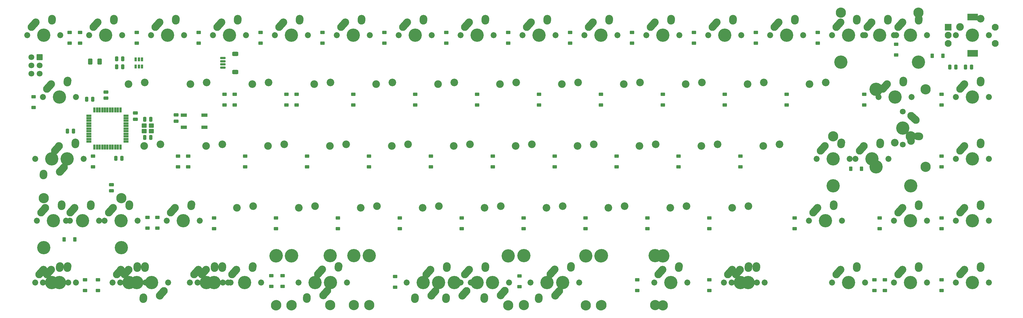
<source format=gbs>
G04 #@! TF.GenerationSoftware,KiCad,Pcbnew,6.99.0-unknown-af20d46d06~146~ubuntu21.10.1*
G04 #@! TF.CreationDate,2022-01-22T15:47:32-05:00*
G04 #@! TF.ProjectId,bakeneko-65-pcb,62616b65-6e65-46b6-9f2d-36352d706362,rev?*
G04 #@! TF.SameCoordinates,Original*
G04 #@! TF.FileFunction,Soldermask,Bot*
G04 #@! TF.FilePolarity,Negative*
%FSLAX46Y46*%
G04 Gerber Fmt 4.6, Leading zero omitted, Abs format (unit mm)*
G04 Created by KiCad (PCBNEW 6.99.0-unknown-af20d46d06~146~ubuntu21.10.1) date 2022-01-22 15:47:32*
%MOMM*%
%LPD*%
G01*
G04 APERTURE LIST*
G04 Aperture macros list*
%AMRoundRect*
0 Rectangle with rounded corners*
0 $1 Rounding radius*
0 $2 $3 $4 $5 $6 $7 $8 $9 X,Y pos of 4 corners*
0 Add a 4 corners polygon primitive as box body*
4,1,4,$2,$3,$4,$5,$6,$7,$8,$9,$2,$3,0*
0 Add four circle primitives for the rounded corners*
1,1,$1+$1,$2,$3*
1,1,$1+$1,$4,$5*
1,1,$1+$1,$6,$7*
1,1,$1+$1,$8,$9*
0 Add four rect primitives between the rounded corners*
20,1,$1+$1,$2,$3,$4,$5,0*
20,1,$1+$1,$4,$5,$6,$7,0*
20,1,$1+$1,$6,$7,$8,$9,0*
20,1,$1+$1,$8,$9,$2,$3,0*%
%AMHorizOval*
0 Thick line with rounded ends*
0 $1 width*
0 $2 $3 position (X,Y) of the first rounded end (center of the circle)*
0 $4 $5 position (X,Y) of the second rounded end (center of the circle)*
0 Add line between two ends*
20,1,$1,$2,$3,$4,$5,0*
0 Add two circle primitives to create the rounded ends*
1,1,$1,$2,$3*
1,1,$1,$4,$5*%
G04 Aperture macros list end*
%ADD10C,1.850000*%
%ADD11C,2.350000*%
%ADD12C,4.087800*%
%ADD13RoundRect,0.050000X-1.000000X-1.000000X1.000000X-1.000000X1.000000X1.000000X-1.000000X1.000000X0*%
%ADD14C,2.100000*%
%ADD15RoundRect,0.050000X-1.600000X-1.000000X1.600000X-1.000000X1.600000X1.000000X-1.600000X1.000000X0*%
%ADD16RoundRect,0.293750X-0.243750X-0.456250X0.243750X-0.456250X0.243750X0.456250X-0.243750X0.456250X0*%
%ADD17HorizOval,2.350000X0.655001X0.730000X-0.655001X-0.730000X0*%
%ADD18HorizOval,2.350000X0.020000X0.290000X-0.020000X-0.290000X0*%
%ADD19C,3.148000*%
%ADD20HorizOval,2.350000X-0.655001X-0.730000X0.655001X0.730000X0*%
%ADD21HorizOval,2.350000X-0.020000X-0.290000X0.020000X0.290000X0*%
%ADD22C,1.801800*%
%ADD23HorizOval,2.350000X0.290000X-0.019999X-0.290000X0.019999X0*%
%ADD24HorizOval,2.350000X0.730004X-0.654995X-0.730004X0.654995X0*%
%ADD25RoundRect,0.300000X-0.375000X-0.625000X0.375000X-0.625000X0.375000X0.625000X-0.375000X0.625000X0*%
%ADD26RoundRect,0.200000X-0.625000X0.150000X-0.625000X-0.150000X0.625000X-0.150000X0.625000X0.150000X0*%
%ADD27RoundRect,0.300000X-0.650000X0.350000X-0.650000X-0.350000X0.650000X-0.350000X0.650000X0.350000X0*%
%ADD28HorizOval,1.800000X0.000000X0.000000X0.000000X0.000000X0*%
%ADD29RoundRect,0.050000X0.850000X0.850000X-0.850000X0.850000X-0.850000X-0.850000X0.850000X-0.850000X0*%
%ADD30RoundRect,0.050000X-0.850000X-0.500000X0.850000X-0.500000X0.850000X0.500000X-0.850000X0.500000X0*%
%ADD31RoundRect,0.293750X0.243750X0.456250X-0.243750X0.456250X-0.243750X-0.456250X0.243750X-0.456250X0*%
%ADD32RoundRect,0.050000X-0.275000X0.750000X-0.275000X-0.750000X0.275000X-0.750000X0.275000X0.750000X0*%
%ADD33RoundRect,0.050000X0.750000X0.275000X-0.750000X0.275000X-0.750000X-0.275000X0.750000X-0.275000X0*%
%ADD34RoundRect,0.050000X0.700000X0.600000X-0.700000X0.600000X-0.700000X-0.600000X0.700000X-0.600000X0*%
%ADD35RoundRect,0.293750X-0.456250X0.243750X-0.456250X-0.243750X0.456250X-0.243750X0.456250X0.243750X0*%
%ADD36RoundRect,0.050000X0.600000X-0.450000X0.600000X0.450000X-0.600000X0.450000X-0.600000X-0.450000X0*%
%ADD37RoundRect,0.050000X-0.450000X-0.600000X0.450000X-0.600000X0.450000X0.600000X-0.450000X0.600000X0*%
%ADD38RoundRect,0.050000X0.450000X0.600000X-0.450000X0.600000X-0.450000X-0.600000X0.450000X-0.600000X0*%
%ADD39RoundRect,0.293750X0.456250X-0.243750X0.456250X0.243750X-0.456250X0.243750X-0.456250X-0.243750X0*%
%ADD40RoundRect,0.050000X0.325000X-0.530000X0.325000X0.530000X-0.325000X0.530000X-0.325000X-0.530000X0*%
G04 APERTURE END LIST*
D10*
X299830000Y-9000000D03*
X289670000Y-9000000D03*
D11*
X290940000Y-6460000D03*
D12*
X294750000Y-9000000D03*
D11*
X297290000Y-3920000D03*
D13*
X287263000Y-6500000D03*
D14*
X287263000Y-11500000D03*
X287263000Y-9000000D03*
D15*
X294763000Y-3400000D03*
X294763000Y-14600000D03*
D14*
X301763000Y-11500000D03*
X301763000Y-6500000D03*
D16*
X287733500Y-18796000D03*
X289608500Y-18796000D03*
X292559500Y-18796000D03*
X294434500Y-18796000D03*
D10*
X3920000Y-9000000D03*
D12*
X9000000Y-9000000D03*
D10*
X14080000Y-9000000D03*
D17*
X5845000Y-5729999D03*
D11*
X6500000Y-5000000D03*
D18*
X11519999Y-4209999D03*
D11*
X11540000Y-3920000D03*
D10*
X22970000Y-9000000D03*
D12*
X28050000Y-9000000D03*
D10*
X33130000Y-9000000D03*
D17*
X24895000Y-5729999D03*
D11*
X25550000Y-5000000D03*
D18*
X30569999Y-4209999D03*
D11*
X30590000Y-3920000D03*
D10*
X42020000Y-9000000D03*
D12*
X47100000Y-9000000D03*
D10*
X52180000Y-9000000D03*
D17*
X43945000Y-5729999D03*
D11*
X44600000Y-5000000D03*
D18*
X49619999Y-4209999D03*
D11*
X49640000Y-3920000D03*
D10*
X61070000Y-9000000D03*
D12*
X66150000Y-9000000D03*
D10*
X71230000Y-9000000D03*
D17*
X62995000Y-5729999D03*
D11*
X63650000Y-5000000D03*
D18*
X68669999Y-4209999D03*
D11*
X68690000Y-3920000D03*
D10*
X80120000Y-9000000D03*
D12*
X85200000Y-9000000D03*
D10*
X90280000Y-9000000D03*
D17*
X82045000Y-5729999D03*
D11*
X82700000Y-5000000D03*
D18*
X87719999Y-4209999D03*
D11*
X87740000Y-3920000D03*
D10*
X99170000Y-9000000D03*
D12*
X104250000Y-9000000D03*
D10*
X109330000Y-9000000D03*
D17*
X101095000Y-5729999D03*
D11*
X101750000Y-5000000D03*
D18*
X106769999Y-4209999D03*
D11*
X106790000Y-3920000D03*
D10*
X118220000Y-9000000D03*
D12*
X123300000Y-9000000D03*
D10*
X128380000Y-9000000D03*
D17*
X120145000Y-5729999D03*
D11*
X120800000Y-5000000D03*
D18*
X125819999Y-4209999D03*
D11*
X125840000Y-3920000D03*
D10*
X156320000Y-9000000D03*
D12*
X161400000Y-9000000D03*
D10*
X166480000Y-9000000D03*
D17*
X158245000Y-5729999D03*
D11*
X158900000Y-5000000D03*
D18*
X163919999Y-4209999D03*
D11*
X163940000Y-3920000D03*
D10*
X175370000Y-9000000D03*
D12*
X180450000Y-9000000D03*
D10*
X185530000Y-9000000D03*
D17*
X177295000Y-5729999D03*
D11*
X177950000Y-5000000D03*
D18*
X182969999Y-4209999D03*
D11*
X182990000Y-3920000D03*
D10*
X194420000Y-9000000D03*
D12*
X199500000Y-9000000D03*
D10*
X204580000Y-9000000D03*
D17*
X196345000Y-5729999D03*
D11*
X197000000Y-5000000D03*
D18*
X202019999Y-4209999D03*
D11*
X202040000Y-3920000D03*
D10*
X213470000Y-9000000D03*
D12*
X218550000Y-9000000D03*
D10*
X223630000Y-9000000D03*
D17*
X215395000Y-5729999D03*
D11*
X216050000Y-5000000D03*
D18*
X221069999Y-4209999D03*
D11*
X221090000Y-3920000D03*
D10*
X232520000Y-9000000D03*
D12*
X237600000Y-9000000D03*
D10*
X242680000Y-9000000D03*
D17*
X234445000Y-5729999D03*
D11*
X235100000Y-5000000D03*
D18*
X240119999Y-4209999D03*
D11*
X240140000Y-3920000D03*
D10*
X251570000Y-9000000D03*
D12*
X256650000Y-9000000D03*
D10*
X261730000Y-9000000D03*
D17*
X253495000Y-5729999D03*
D11*
X254150000Y-5000000D03*
D18*
X259169999Y-4209999D03*
D11*
X259190000Y-3920000D03*
D19*
X254237000Y-2015000D03*
D12*
X254237000Y-17255000D03*
D10*
X261095000Y-9000000D03*
D12*
X266175000Y-9000000D03*
D10*
X271255000Y-9000000D03*
D19*
X278113000Y-2015000D03*
D12*
X278113000Y-17255000D03*
D17*
X263020000Y-5729999D03*
D11*
X263675000Y-5000000D03*
D18*
X268694999Y-4209999D03*
D11*
X268715000Y-3920000D03*
D10*
X8682500Y-28050000D03*
D12*
X13762500Y-28050000D03*
D10*
X18842500Y-28050000D03*
D17*
X10607500Y-24779999D03*
D11*
X11262500Y-24050000D03*
D18*
X16282499Y-23259999D03*
D11*
X16302500Y-22970000D03*
X35075000Y-24050000D03*
X40075000Y-23550000D03*
X54125000Y-24050000D03*
X59125000Y-23550000D03*
X73175000Y-24050000D03*
X78175000Y-23550000D03*
X92225000Y-24050000D03*
X97225000Y-23550000D03*
X111275000Y-24050000D03*
X116275000Y-23550000D03*
X130325000Y-24050000D03*
X135325000Y-23550000D03*
X149375000Y-24050000D03*
X154375000Y-23550000D03*
X168425000Y-24050000D03*
X173425000Y-23550000D03*
X187475000Y-24050000D03*
X192475000Y-23550000D03*
X206525000Y-24050000D03*
X211525000Y-23550000D03*
X225575000Y-24050000D03*
X230575000Y-23550000D03*
X244625000Y-24050000D03*
X249625000Y-23550000D03*
D10*
X265857500Y-28050000D03*
D12*
X270937500Y-28050000D03*
D10*
X276017500Y-28050000D03*
D17*
X267782500Y-24779999D03*
D11*
X268437500Y-24050000D03*
D18*
X273457499Y-23259999D03*
D11*
X273477500Y-22970000D03*
D10*
X289670000Y-28050000D03*
D12*
X294750000Y-28050000D03*
D10*
X299830000Y-28050000D03*
D17*
X291595000Y-24779999D03*
D11*
X292250000Y-24050000D03*
D18*
X297269999Y-23259999D03*
D11*
X297290000Y-22970000D03*
D10*
X16461250Y-47100000D03*
D12*
X11381250Y-47100000D03*
D10*
X6301250Y-47100000D03*
D20*
X14536248Y-50369999D03*
D11*
X13881250Y-51100000D03*
D21*
X8861249Y-51889999D03*
D11*
X8841250Y-52180000D03*
D10*
X11063750Y-47100000D03*
D12*
X16143750Y-47100000D03*
D10*
X21223750Y-47100000D03*
D17*
X12988750Y-43829999D03*
D11*
X13643750Y-43100000D03*
D18*
X18663749Y-42309999D03*
D11*
X18683750Y-42020000D03*
X39837500Y-43100000D03*
X44837500Y-42600000D03*
X58887500Y-43100000D03*
X63887500Y-42600000D03*
X77937500Y-43100000D03*
X82937500Y-42600000D03*
X96987500Y-43100000D03*
X101987500Y-42600000D03*
X116037500Y-43100000D03*
X121037500Y-42600000D03*
X135087500Y-43100000D03*
X140087500Y-42600000D03*
X154137500Y-43100000D03*
X159137500Y-42600000D03*
X173187500Y-43100000D03*
X178187500Y-42600000D03*
X192237500Y-43100000D03*
X197237500Y-42600000D03*
X211287500Y-43100000D03*
X216287500Y-42600000D03*
X230337500Y-43100000D03*
X235337500Y-42600000D03*
D19*
X251855750Y-40115000D03*
D12*
X251855750Y-55355000D03*
D10*
X258713750Y-47100000D03*
D12*
X263793750Y-47100000D03*
D10*
X268873750Y-47100000D03*
D19*
X275731750Y-40115000D03*
D12*
X275731750Y-55355000D03*
D17*
X260638750Y-43829999D03*
D11*
X261293750Y-43100000D03*
D18*
X266313749Y-42309999D03*
D11*
X266333750Y-42020000D03*
D10*
X289670000Y-47100000D03*
D12*
X294750000Y-47100000D03*
D10*
X299830000Y-47100000D03*
D17*
X291595000Y-43829999D03*
D11*
X292250000Y-43100000D03*
D18*
X297269999Y-42309999D03*
D11*
X297290000Y-42020000D03*
D19*
X8968250Y-59165000D03*
D12*
X8968250Y-74405000D03*
D10*
X15826250Y-66150000D03*
D12*
X20906250Y-66150000D03*
D10*
X25986250Y-66150000D03*
D19*
X32844250Y-59165000D03*
D12*
X32844250Y-74405000D03*
D17*
X17751250Y-62879999D03*
D11*
X18406250Y-62150000D03*
D18*
X23426249Y-61359999D03*
D11*
X23446250Y-61070000D03*
D10*
X46782500Y-66150000D03*
D12*
X51862500Y-66150000D03*
D10*
X56942500Y-66150000D03*
D17*
X48707500Y-62879999D03*
D11*
X49362500Y-62150000D03*
D18*
X54382499Y-61359999D03*
D11*
X54402500Y-61070000D03*
X68412500Y-62150000D03*
X73412500Y-61650000D03*
X87462500Y-62150000D03*
X92462500Y-61650000D03*
X106512500Y-62150000D03*
X111512500Y-61650000D03*
X125562500Y-62150000D03*
X130562500Y-61650000D03*
X144612500Y-62150000D03*
X149612500Y-61650000D03*
X163662500Y-62150000D03*
X168662500Y-61650000D03*
X182712500Y-62150000D03*
X187712500Y-61650000D03*
X201762500Y-62150000D03*
X206762500Y-61650000D03*
X220812500Y-62150000D03*
X225812500Y-61650000D03*
D10*
X244426250Y-66150000D03*
D12*
X249506250Y-66150000D03*
D10*
X254586250Y-66150000D03*
D17*
X246351250Y-62879999D03*
D11*
X247006250Y-62150000D03*
D18*
X252026249Y-61359999D03*
D11*
X252046250Y-61070000D03*
D10*
X270620000Y-66150000D03*
D12*
X275700000Y-66150000D03*
D10*
X280780000Y-66150000D03*
D17*
X272545000Y-62879999D03*
D11*
X273200000Y-62150000D03*
D18*
X278219999Y-61359999D03*
D11*
X278240000Y-61070000D03*
D10*
X289670000Y-66150000D03*
D12*
X294750000Y-66150000D03*
D10*
X299830000Y-66150000D03*
D17*
X291595000Y-62879999D03*
D11*
X292250000Y-62150000D03*
D18*
X297269999Y-61359999D03*
D11*
X297290000Y-61070000D03*
D10*
X8682500Y-85200000D03*
D12*
X13762500Y-85200000D03*
D10*
X18842500Y-85200000D03*
D17*
X10607500Y-81929999D03*
D11*
X11262500Y-81200000D03*
D18*
X16282499Y-80409999D03*
D11*
X16302500Y-80120000D03*
D10*
X32495000Y-85200000D03*
D12*
X37575000Y-85200000D03*
D10*
X42655000Y-85200000D03*
D17*
X34420000Y-81929999D03*
D11*
X35075000Y-81200000D03*
D18*
X40094999Y-80409999D03*
D11*
X40115000Y-80120000D03*
D10*
X56307500Y-85200000D03*
D12*
X61387500Y-85200000D03*
D10*
X66467500Y-85200000D03*
D17*
X58232500Y-81929999D03*
D11*
X58887500Y-81200000D03*
D18*
X63907499Y-80409999D03*
D11*
X63927500Y-80120000D03*
D10*
X196801250Y-85200000D03*
D12*
X201881250Y-85200000D03*
D10*
X206961250Y-85200000D03*
D17*
X198726250Y-81929999D03*
D11*
X199381250Y-81200000D03*
D18*
X204401249Y-80409999D03*
D11*
X204421250Y-80120000D03*
D10*
X218232500Y-85200000D03*
D12*
X223312500Y-85200000D03*
D10*
X228392500Y-85200000D03*
D17*
X220157500Y-81929999D03*
D11*
X220812500Y-81200000D03*
D18*
X225832499Y-80409999D03*
D11*
X225852500Y-80120000D03*
D10*
X251570000Y-85200000D03*
D12*
X256650000Y-85200000D03*
D10*
X261730000Y-85200000D03*
D17*
X253495000Y-81929999D03*
D11*
X254150000Y-81200000D03*
D18*
X259169999Y-80409999D03*
D11*
X259190000Y-80120000D03*
D10*
X270620000Y-85200000D03*
D12*
X275700000Y-85200000D03*
D10*
X280780000Y-85200000D03*
D17*
X272545000Y-81929999D03*
D11*
X273200000Y-81200000D03*
D18*
X278219999Y-80409999D03*
D11*
X278240000Y-80120000D03*
D10*
X289670000Y-85200000D03*
D12*
X294750000Y-85200000D03*
D10*
X299830000Y-85200000D03*
D17*
X291595000Y-81929999D03*
D11*
X292250000Y-81200000D03*
D18*
X297269999Y-80409999D03*
D11*
X297290000Y-80120000D03*
D10*
X220613750Y-85200000D03*
D12*
X225693750Y-85200000D03*
D10*
X230773750Y-85200000D03*
D17*
X222538750Y-81929999D03*
D11*
X223193750Y-81200000D03*
D18*
X228213749Y-80409999D03*
D11*
X228233750Y-80120000D03*
D12*
X85200000Y-76945000D03*
D19*
X85200000Y-92185000D03*
D10*
X137270000Y-85200000D03*
D12*
X142350000Y-85200000D03*
D10*
X147430000Y-85200000D03*
D12*
X199500000Y-76945000D03*
D19*
X199500000Y-92185000D03*
D17*
X139195000Y-81929999D03*
D11*
X139850000Y-81200000D03*
D18*
X144869999Y-80409999D03*
D11*
X144890000Y-80120000D03*
D10*
X137270000Y-9000000D03*
D12*
X142350000Y-9000000D03*
D10*
X147430000Y-9000000D03*
D17*
X139195000Y-5729999D03*
D11*
X139850000Y-5000000D03*
D18*
X144869999Y-4209999D03*
D11*
X144890000Y-3920000D03*
D10*
X270620000Y-9000000D03*
D12*
X275700000Y-9000000D03*
D10*
X280780000Y-9000000D03*
D17*
X272545000Y-5729999D03*
D11*
X273200000Y-5000000D03*
D18*
X278219999Y-4209999D03*
D11*
X278240000Y-3920000D03*
D10*
X6301250Y-85200000D03*
D12*
X11381250Y-85200000D03*
D10*
X16461250Y-85200000D03*
D17*
X8226250Y-81929999D03*
D11*
X8881250Y-81200000D03*
D18*
X13901249Y-80409999D03*
D11*
X13921250Y-80120000D03*
D10*
X30113750Y-85200000D03*
D12*
X35193750Y-85200000D03*
D10*
X40273750Y-85200000D03*
D17*
X32038750Y-81929999D03*
D11*
X32693750Y-81200000D03*
D18*
X37713749Y-80409999D03*
D11*
X37733750Y-80120000D03*
D10*
X53926250Y-85200000D03*
D12*
X59006250Y-85200000D03*
D10*
X64086250Y-85200000D03*
D17*
X55851250Y-81929999D03*
D11*
X56506250Y-81200000D03*
D18*
X61526249Y-80409999D03*
D11*
X61546250Y-80120000D03*
D12*
X80443850Y-76945000D03*
D19*
X80443850Y-92185000D03*
D10*
X125363750Y-85200000D03*
D12*
X130443750Y-85200000D03*
D10*
X135523750Y-85200000D03*
D12*
X180443650Y-76945000D03*
D19*
X180443650Y-92185000D03*
D17*
X127288750Y-81929999D03*
D11*
X127943750Y-81200000D03*
D18*
X132963749Y-80409999D03*
D11*
X132983750Y-80120000D03*
D19*
X104394000Y-92145450D03*
D12*
X104394000Y-76905450D03*
D10*
X97536000Y-85160450D03*
D12*
X92456000Y-85160450D03*
D10*
X87376000Y-85160450D03*
D19*
X80518000Y-92145450D03*
D12*
X80518000Y-76905450D03*
D20*
X95610998Y-88430449D03*
D11*
X94956000Y-89160450D03*
D21*
X89935999Y-89950449D03*
D11*
X89916000Y-90240450D03*
D10*
X65659000Y-85217000D03*
D12*
X70739000Y-85217000D03*
D10*
X75819000Y-85217000D03*
D17*
X67584000Y-81946999D03*
D11*
X68239000Y-81217000D03*
D18*
X73258999Y-80426999D03*
D11*
X73279000Y-80137000D03*
D12*
X85217000Y-76905450D03*
D19*
X85217000Y-92145450D03*
D10*
X92075000Y-85160450D03*
D12*
X97155000Y-85160450D03*
D10*
X102235000Y-85160450D03*
D12*
X109093000Y-76905450D03*
D19*
X109093000Y-92145450D03*
D17*
X94000000Y-81890449D03*
D11*
X94655000Y-81160450D03*
D18*
X99674999Y-80370449D03*
D11*
X99695000Y-80080450D03*
D10*
X47244000Y-85217000D03*
D12*
X42164000Y-85217000D03*
D10*
X37084000Y-85217000D03*
D20*
X45318998Y-88486999D03*
D11*
X44664000Y-89217000D03*
D21*
X39643999Y-90006999D03*
D11*
X39624000Y-90297000D03*
D12*
X265049000Y-25654000D03*
X265049000Y-49530000D03*
D22*
X273304000Y-32512000D03*
D12*
X273304000Y-37592000D03*
D22*
X273304000Y-42672000D03*
D19*
X280289000Y-25654000D03*
X280289000Y-49530000D03*
D11*
X275804000Y-41592000D03*
D23*
X278093999Y-40111998D03*
D11*
X278384000Y-40132000D03*
X270804000Y-42092000D03*
D24*
X276574003Y-34436994D03*
D11*
X277304000Y-35092000D03*
D12*
X156718000Y-76905450D03*
D19*
X156718000Y-92145450D03*
D10*
X163576000Y-85160450D03*
D12*
X168656000Y-85160450D03*
D10*
X173736000Y-85160450D03*
D12*
X180594000Y-76905450D03*
D19*
X180594000Y-92145450D03*
D17*
X165501000Y-81890449D03*
D11*
X166156000Y-81160450D03*
D18*
X171175999Y-80370449D03*
D11*
X171196000Y-80080450D03*
D10*
X6826250Y-66150000D03*
D12*
X11906250Y-66150000D03*
D10*
X16986250Y-66150000D03*
D17*
X8751250Y-62879999D03*
D11*
X9406250Y-62150000D03*
D18*
X14426249Y-61359999D03*
D11*
X14446250Y-61070000D03*
D10*
X140335000Y-85217000D03*
D12*
X135255000Y-85217000D03*
D10*
X130175000Y-85217000D03*
D20*
X138409998Y-88486999D03*
D11*
X137755000Y-89217000D03*
D21*
X132734999Y-90006999D03*
D11*
X132715000Y-90297000D03*
D10*
X246761000Y-47117000D03*
D12*
X251841000Y-47117000D03*
D10*
X256921000Y-47117000D03*
D17*
X248686000Y-43846999D03*
D11*
X249341000Y-43117000D03*
D18*
X254360999Y-42326999D03*
D11*
X254381000Y-42037000D03*
D19*
X175768000Y-92202000D03*
D12*
X175768000Y-76962000D03*
D10*
X168910000Y-85217000D03*
D12*
X163830000Y-85217000D03*
D10*
X158750000Y-85217000D03*
D19*
X151892000Y-92202000D03*
D12*
X151892000Y-76962000D03*
D20*
X166984998Y-88486999D03*
D11*
X166330000Y-89217000D03*
D21*
X161309999Y-90006999D03*
D11*
X161290000Y-90297000D03*
D10*
X27686000Y-66167000D03*
D12*
X32766000Y-66167000D03*
D10*
X37846000Y-66167000D03*
D17*
X29611000Y-62896999D03*
D11*
X30266000Y-62167000D03*
D18*
X35285999Y-61376999D03*
D11*
X35306000Y-61087000D03*
D19*
X197065900Y-92145450D03*
D12*
X197065900Y-76905450D03*
D10*
X152146000Y-85160450D03*
D12*
X147066000Y-85160450D03*
D10*
X141986000Y-85160450D03*
D19*
X97066100Y-92145450D03*
D12*
X97066100Y-76905450D03*
D20*
X150220998Y-88430449D03*
D11*
X149566000Y-89160450D03*
D21*
X144545999Y-89950449D03*
D11*
X144526000Y-90240450D03*
D10*
X130810000Y-85217000D03*
D12*
X125730000Y-85217000D03*
D10*
X120650000Y-85217000D03*
D20*
X128884998Y-88486999D03*
D11*
X128230000Y-89217000D03*
D21*
X123209999Y-90006999D03*
D11*
X123190000Y-90297000D03*
D25*
X23310000Y-17120000D03*
X26110000Y-17120000D03*
D26*
X64050000Y-16003750D03*
X64050000Y-17003750D03*
X64050000Y-18003750D03*
X64050000Y-19003750D03*
D27*
X67925000Y-14703750D03*
X67925000Y-20303750D03*
D28*
X5189999Y-20807500D03*
X7729999Y-20807500D03*
X5189999Y-18267500D03*
X7729999Y-18267500D03*
X5189999Y-15727500D03*
D29*
X7730000Y-15727501D03*
D16*
X31402500Y-18753750D03*
X33277500Y-18753750D03*
X31402500Y-16253750D03*
X33277500Y-16253750D03*
D30*
X52093750Y-37385000D03*
X58393750Y-37385000D03*
X52093750Y-33585000D03*
X58393750Y-33585000D03*
D31*
X41897500Y-34870000D03*
X40022500Y-34870000D03*
X24061250Y-28750000D03*
X22186250Y-28750000D03*
D16*
X31122500Y-46910000D03*
X32997500Y-46910000D03*
D32*
X24553750Y-32058750D03*
X25353750Y-32058750D03*
X26153750Y-32058750D03*
X26953750Y-32058750D03*
X27753750Y-32058750D03*
X28553750Y-32058750D03*
X29353750Y-32058750D03*
X30153750Y-32058750D03*
X30953750Y-32058750D03*
X31753750Y-32058750D03*
X32553750Y-32058750D03*
D33*
X34253750Y-33758750D03*
X34253750Y-34558750D03*
X34253750Y-35358750D03*
X34253750Y-36158750D03*
X34253750Y-36958750D03*
X34253750Y-37758750D03*
X34253750Y-38558750D03*
X34253750Y-39358750D03*
X34253750Y-40158750D03*
X34253750Y-40958750D03*
X34253750Y-41758750D03*
D32*
X32553750Y-43458750D03*
X31753750Y-43458750D03*
X30953750Y-43458750D03*
X30153750Y-43458750D03*
X29353750Y-43458750D03*
X28553750Y-43458750D03*
X27753750Y-43458750D03*
X26953750Y-43458750D03*
X26153750Y-43458750D03*
X25353750Y-43458750D03*
X24553750Y-43458750D03*
D33*
X22853750Y-41758750D03*
X22853750Y-40958750D03*
X22853750Y-40158750D03*
X22853750Y-39358750D03*
X22853750Y-38558750D03*
X22853750Y-37758750D03*
X22853750Y-36958750D03*
X22853750Y-36158750D03*
X22853750Y-35358750D03*
X22853750Y-34558750D03*
X22853750Y-33758750D03*
D34*
X42060000Y-38520000D03*
X39860000Y-38520000D03*
X39860000Y-36820000D03*
X42060000Y-36820000D03*
D35*
X37160000Y-32982500D03*
X37160000Y-34857500D03*
X49710000Y-33582500D03*
X49710000Y-35457500D03*
D36*
X16937500Y-11443750D03*
X16937500Y-8143750D03*
X20112500Y-11443750D03*
X20112500Y-8143750D03*
X37575000Y-11443750D03*
X37575000Y-8143750D03*
X56625000Y-11443750D03*
X56625000Y-8143750D03*
X75675000Y-11443750D03*
X75675000Y-8143750D03*
X94725000Y-11443750D03*
X94725000Y-8143750D03*
X113775000Y-11443750D03*
X113775000Y-8143750D03*
X132825000Y-11443750D03*
X132825000Y-8143750D03*
X151875000Y-11443750D03*
X151875000Y-8143750D03*
X170925000Y-11443750D03*
X170925000Y-8143750D03*
X189975000Y-11443750D03*
X189975000Y-8143750D03*
X209025000Y-11443750D03*
X209025000Y-8143750D03*
X247125000Y-11443750D03*
X247125000Y-8143750D03*
X271272000Y-15112000D03*
X271272000Y-11812000D03*
D37*
X282322000Y-15367000D03*
X285622000Y-15367000D03*
D36*
X5825000Y-31287500D03*
X5825000Y-27987500D03*
X67737500Y-30493750D03*
X67737500Y-27193750D03*
X64562500Y-30493750D03*
X64562500Y-27193750D03*
X83612500Y-30493750D03*
X83612500Y-27193750D03*
X86787500Y-30493750D03*
X86787500Y-27193750D03*
X104250000Y-30493750D03*
X104250000Y-27193750D03*
X123300000Y-30493750D03*
X123300000Y-27193750D03*
X142350000Y-30493750D03*
X142350000Y-27193750D03*
X161400000Y-30493750D03*
X161400000Y-27193750D03*
X180450000Y-30493750D03*
X180450000Y-27193750D03*
X199500000Y-30493750D03*
X199500000Y-27193750D03*
X218550000Y-30493750D03*
X218550000Y-27193750D03*
X237600000Y-30493750D03*
X237600000Y-27193750D03*
X261412500Y-30493750D03*
X261412500Y-27193750D03*
X285225000Y-30493750D03*
X285225000Y-27193750D03*
X24081250Y-49543750D03*
X24081250Y-46243750D03*
X50275000Y-49543750D03*
X50275000Y-46243750D03*
X53450000Y-49543750D03*
X53450000Y-46243750D03*
X70912500Y-49543750D03*
X70912500Y-46243750D03*
X109012500Y-49543750D03*
X109012500Y-46243750D03*
X128062500Y-49543750D03*
X128062500Y-46243750D03*
X147112500Y-49543750D03*
X147112500Y-46243750D03*
X166162500Y-49543750D03*
X166162500Y-46243750D03*
X185212500Y-49543750D03*
X185212500Y-46243750D03*
X204262500Y-49543750D03*
X204262500Y-46243750D03*
X223312500Y-49543750D03*
X223312500Y-46243750D03*
D37*
X257303000Y-50165000D03*
X260603000Y-50165000D03*
D36*
X285225000Y-49543750D03*
X285225000Y-46243750D03*
D38*
X18541000Y-71882000D03*
X15241000Y-71882000D03*
D36*
X43942000Y-68452000D03*
X43942000Y-65152000D03*
X61387500Y-68593750D03*
X61387500Y-65293750D03*
X80437500Y-68593750D03*
X80437500Y-65293750D03*
X99487500Y-68593750D03*
X99487500Y-65293750D03*
X118537500Y-68593750D03*
X118537500Y-65293750D03*
X137587500Y-68593750D03*
X137587500Y-65293750D03*
X156637500Y-68593750D03*
X156637500Y-65293750D03*
X175687500Y-68593750D03*
X175687500Y-65293750D03*
X194737500Y-68593750D03*
X194737500Y-65293750D03*
X213787500Y-68593750D03*
X213787500Y-65293750D03*
X239981250Y-68593750D03*
X239981250Y-65293750D03*
X266175000Y-68593750D03*
X266175000Y-65293750D03*
X285225000Y-68593750D03*
X285225000Y-65293750D03*
X21700000Y-87643750D03*
X21700000Y-84343750D03*
X25668750Y-87643750D03*
X25668750Y-84343750D03*
X78994000Y-86359000D03*
X78994000Y-83059000D03*
X117094000Y-86613000D03*
X117094000Y-83313000D03*
X213787500Y-87643750D03*
X213787500Y-84343750D03*
X264587500Y-87643750D03*
X264587500Y-84343750D03*
X267762500Y-87643750D03*
X267762500Y-84343750D03*
X285225000Y-87643750D03*
X285225000Y-84343750D03*
X228075000Y-11443750D03*
X228075000Y-8143750D03*
D35*
X28120000Y-26532500D03*
X28120000Y-28407500D03*
D31*
X41897500Y-40470000D03*
X40022500Y-40470000D03*
D39*
X29823750Y-56887500D03*
X29823750Y-55012500D03*
D36*
X89962500Y-49543750D03*
X89962500Y-46243750D03*
X191562500Y-87643750D03*
X191562500Y-84343750D03*
D16*
X16236250Y-38558750D03*
X18111250Y-38558750D03*
D40*
X39173750Y-18603750D03*
X38223750Y-18603750D03*
X37273750Y-18603750D03*
X37273750Y-16403750D03*
X38223750Y-16403750D03*
X39173750Y-16403750D03*
D36*
X40894000Y-68452000D03*
X40894000Y-65152000D03*
X82423000Y-86359000D03*
X82423000Y-83059000D03*
X155321000Y-86486000D03*
X155321000Y-83186000D03*
M02*

</source>
